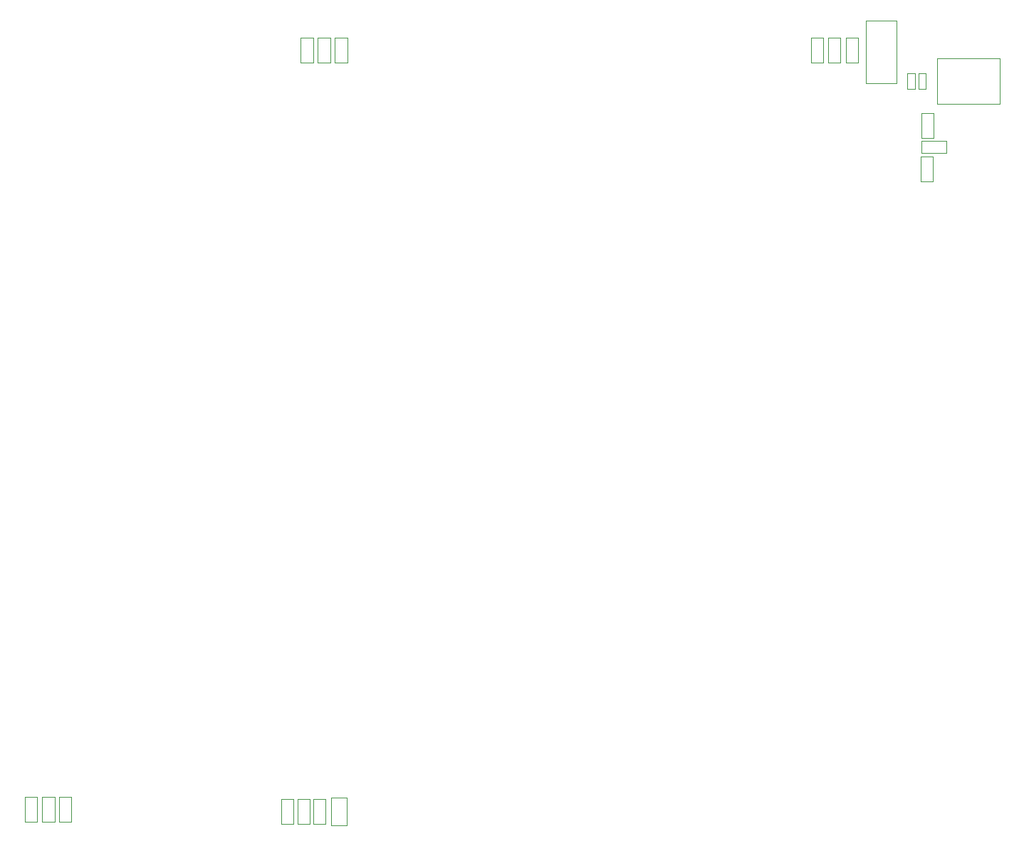
<source format=gbr>
%TF.GenerationSoftware,KiCad,Pcbnew,9.0.3*%
%TF.CreationDate,2025-09-16T14:49:37-04:00*%
%TF.ProjectId,9_TOF_PDU,395f544f-465f-4504-9455-2e6b69636164,rev?*%
%TF.SameCoordinates,Original*%
%TF.FileFunction,Other,User*%
%FSLAX46Y46*%
G04 Gerber Fmt 4.6, Leading zero omitted, Abs format (unit mm)*
G04 Created by KiCad (PCBNEW 9.0.3) date 2025-09-16 14:49:37*
%MOMM*%
%LPD*%
G01*
G04 APERTURE LIST*
%ADD10C,0.050000*%
G04 APERTURE END LIST*
D10*
%TO.C,C15*%
X159478000Y-184993500D02*
X160938000Y-184993500D01*
X159478000Y-187953500D02*
X159478000Y-184993500D01*
X160938000Y-184993500D02*
X160938000Y-187953500D01*
X160938000Y-187953500D02*
X159478000Y-187953500D01*
%TO.C,C4*%
X190217500Y-94640000D02*
X191677500Y-94640000D01*
X190217500Y-97600000D02*
X190217500Y-94640000D01*
X191677500Y-94640000D02*
X191677500Y-97600000D01*
X191677500Y-97600000D02*
X190217500Y-97600000D01*
%TO.C,R25*%
X263948000Y-108778500D02*
X265408000Y-108778500D01*
X263948000Y-111738500D02*
X263948000Y-108778500D01*
X265408000Y-108778500D02*
X265408000Y-111738500D01*
X265408000Y-111738500D02*
X263948000Y-111738500D01*
%TO.C,R23*%
X263998000Y-103578500D02*
X265458000Y-103578500D01*
X263998000Y-106538500D02*
X263998000Y-103578500D01*
X265458000Y-103578500D02*
X265458000Y-106538500D01*
X265458000Y-106538500D02*
X263998000Y-106538500D01*
%TO.C,C29*%
X263998000Y-106878500D02*
X266958000Y-106878500D01*
X263998000Y-108338500D02*
X263998000Y-106878500D01*
X266958000Y-106878500D02*
X266958000Y-108338500D01*
X266958000Y-108338500D02*
X263998000Y-108338500D01*
%TO.C,C26*%
X262298000Y-98908500D02*
X263218000Y-98908500D01*
X262298000Y-100728500D02*
X262298000Y-98908500D01*
X263218000Y-98908500D02*
X263218000Y-100728500D01*
X263218000Y-100728500D02*
X262298000Y-100728500D01*
%TO.C,C19*%
X189808000Y-185238500D02*
X191268000Y-185238500D01*
X189808000Y-188198500D02*
X189808000Y-185238500D01*
X191268000Y-185238500D02*
X191268000Y-188198500D01*
X191268000Y-188198500D02*
X189808000Y-188198500D01*
%TO.C,C10*%
X255008000Y-94638500D02*
X256468000Y-94638500D01*
X255008000Y-97598500D02*
X255008000Y-94638500D01*
X256468000Y-94638500D02*
X256468000Y-97598500D01*
X256468000Y-97598500D02*
X255008000Y-97598500D01*
%TO.C,C6*%
X194281500Y-94640000D02*
X195741500Y-94640000D01*
X194281500Y-97600000D02*
X194281500Y-94640000D01*
X195741500Y-94640000D02*
X195741500Y-97600000D01*
X195741500Y-97600000D02*
X194281500Y-97600000D01*
%TO.C,R13*%
X193788000Y-185038500D02*
X195688000Y-185038500D01*
X193788000Y-188398500D02*
X193788000Y-185038500D01*
X195688000Y-185038500D02*
X195688000Y-188398500D01*
X195688000Y-188398500D02*
X193788000Y-188398500D01*
%TO.C,C27*%
X263638000Y-98908500D02*
X264558000Y-98908500D01*
X263638000Y-100728500D02*
X263638000Y-98908500D01*
X264558000Y-98908500D02*
X264558000Y-100728500D01*
X264558000Y-100728500D02*
X263638000Y-100728500D01*
%TO.C,C11*%
X257388000Y-92568500D02*
X261088000Y-92568500D01*
X257388000Y-100068500D02*
X257388000Y-92568500D01*
X261088000Y-92568500D02*
X261088000Y-100068500D01*
X261088000Y-100068500D02*
X257388000Y-100068500D01*
%TO.C,U7*%
X265888000Y-97116000D02*
X265888000Y-102521000D01*
X273298000Y-97116000D02*
X265888000Y-97116000D01*
X273298000Y-97116000D02*
X273298000Y-102521000D01*
X273298000Y-102521000D02*
X265888000Y-102521000D01*
%TO.C,C18*%
X187908000Y-185238500D02*
X189368000Y-185238500D01*
X187908000Y-188198500D02*
X187908000Y-185238500D01*
X189368000Y-185238500D02*
X189368000Y-188198500D01*
X189368000Y-188198500D02*
X187908000Y-188198500D01*
%TO.C,C16*%
X161478000Y-184993500D02*
X162938000Y-184993500D01*
X161478000Y-187953500D02*
X161478000Y-184993500D01*
X162938000Y-184993500D02*
X162938000Y-187953500D01*
X162938000Y-187953500D02*
X161478000Y-187953500D01*
%TO.C,C9*%
X252908000Y-94638500D02*
X254368000Y-94638500D01*
X252908000Y-97598500D02*
X252908000Y-94638500D01*
X254368000Y-94638500D02*
X254368000Y-97598500D01*
X254368000Y-97598500D02*
X252908000Y-97598500D01*
%TO.C,C5*%
X192249500Y-94640000D02*
X193709500Y-94640000D01*
X192249500Y-97600000D02*
X192249500Y-94640000D01*
X193709500Y-94640000D02*
X193709500Y-97600000D01*
X193709500Y-97600000D02*
X192249500Y-97600000D01*
%TO.C,C20*%
X191708000Y-185238500D02*
X193168000Y-185238500D01*
X191708000Y-188198500D02*
X191708000Y-185238500D01*
X193168000Y-185238500D02*
X193168000Y-188198500D01*
X193168000Y-188198500D02*
X191708000Y-188198500D01*
%TO.C,C7*%
X250908000Y-94638500D02*
X252368000Y-94638500D01*
X250908000Y-97598500D02*
X250908000Y-94638500D01*
X252368000Y-94638500D02*
X252368000Y-97598500D01*
X252368000Y-97598500D02*
X250908000Y-97598500D01*
%TO.C,C14*%
X157378000Y-184993500D02*
X158838000Y-184993500D01*
X157378000Y-187953500D02*
X157378000Y-184993500D01*
X158838000Y-184993500D02*
X158838000Y-187953500D01*
X158838000Y-187953500D02*
X157378000Y-187953500D01*
%TD*%
M02*

</source>
